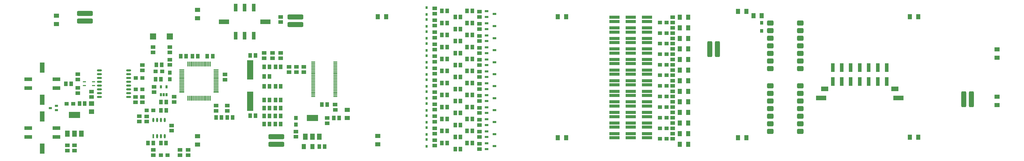
<source format=gtp>
%FSTAX23Y23*%
%MOIN*%
%SFA1B1*%

%IPPOS*%
%AMD38*
4,1,8,0.032500,-0.088800,0.032500,0.088800,0.016300,0.104900,-0.016300,0.104900,-0.032500,0.088800,-0.032500,-0.088800,-0.016300,-0.104900,0.016300,-0.104900,0.032500,-0.088800,0.0*
1,1,0.032283,0.016300,-0.088800*
1,1,0.032283,0.016300,0.088800*
1,1,0.032283,-0.016300,0.088800*
1,1,0.032283,-0.016300,-0.088800*
%
%AMD39*
4,1,8,-0.088800,-0.032500,0.088800,-0.032500,0.104900,-0.016300,0.104900,0.016300,0.088800,0.032500,-0.088800,0.032500,-0.104900,0.016300,-0.104900,-0.016300,-0.088800,-0.032500,0.0*
1,1,0.032283,-0.088800,-0.016300*
1,1,0.032283,0.088800,-0.016300*
1,1,0.032283,0.088800,0.016300*
1,1,0.032283,-0.088800,0.016300*
%
%AMD50*
4,1,8,0.026000,0.034400,-0.026000,0.034400,-0.043300,0.017100,-0.043300,-0.017100,-0.026000,-0.034400,0.026000,-0.034400,0.043300,-0.017100,0.043300,0.017100,0.026000,0.034400,0.0*
1,1,0.034646,0.026000,0.017100*
1,1,0.034646,-0.026000,0.017100*
1,1,0.034646,-0.026000,-0.017100*
1,1,0.034646,0.026000,-0.017100*
%
%ADD21R,0.027559X0.041339*%
%ADD22R,0.051181X0.059055*%
%ADD23R,0.059055X0.051181*%
%ADD24R,0.023622X0.057087*%
%ADD25O,0.023622X0.057087*%
%ADD26R,0.055118X0.049212*%
%ADD27R,0.043307X0.051181*%
%ADD28R,0.049212X0.055118*%
%ADD29R,0.053150X0.070866*%
%ADD30R,0.070866X0.053150*%
%ADD31R,0.047244X0.027559*%
%ADD32R,0.059055X0.084645*%
%ADD33R,0.149606X0.084645*%
%ADD34R,0.135039X0.064960*%
%ADD35R,0.050000X0.100000*%
%ADD36R,0.096457X0.062992*%
%ADD37R,0.050000X0.114960*%
G04~CAMADD=38~8~0.0~0.0~2098.4~649.6~161.4~0.0~15~0.0~0.0~0.0~0.0~0~0.0~0.0~0.0~0.0~0~0.0~0.0~0.0~270.0~650.0~2098.0*
%ADD38D38*%
G04~CAMADD=39~8~0.0~0.0~2098.4~649.6~161.4~0.0~15~0.0~0.0~0.0~0.0~0~0.0~0.0~0.0~0.0~0~0.0~0.0~0.0~180.0~2098.0~649.0*
%ADD39D39*%
%ADD40O,0.064960X0.027559*%
%ADD41R,0.043307X0.027559*%
%ADD42R,0.071653X0.054724*%
%ADD43R,0.054724X0.071653*%
%ADD44R,0.070866X0.011811*%
%ADD45O,0.070866X0.011811*%
%ADD46O,0.011811X0.070866*%
%ADD47R,0.133858X0.043307*%
%ADD48R,0.100000X0.050000*%
%ADD49R,0.064960X0.135039*%
G04~CAMADD=50~8~0.0~0.0~866.1~689.0~173.2~0.0~15~0.0~0.0~0.0~0.0~0~0.0~0.0~0.0~0.0~0~0.0~0.0~0.0~0.0~866.1~689.0*
%ADD50D50*%
%ADD51R,0.078740X0.078740*%
%ADD52O,0.059055X0.013780*%
%ADD53R,0.078740X0.255905*%
%ADD54R,0.025591X0.033465*%
%ADD55R,0.066929X0.062992*%
%ADD56R,0.041339X0.015748*%
%LNslave-1*%
%LPD*%
G54D21*
X05789Y0488D03*
X05864D03*
Y04776D03*
X05826D03*
X05789D03*
G54D22*
X09472Y05879D03*
X09543D03*
X09472Y05722D03*
X09543D03*
X09472Y05563D03*
X09543D03*
X09472Y05405D03*
X09543D03*
X09472Y05248D03*
X09543D03*
X09472Y05089D03*
X09543D03*
X09472Y04931D03*
X09543D03*
X09472Y04774D03*
X09543D03*
X09472Y04615D03*
X09543D03*
X09472Y04457D03*
X09543D03*
X09472Y04299D03*
X09543D03*
X09472Y04141D03*
X09543D03*
X06049Y05284D03*
X0612D03*
X07029Y05293D03*
X06958D03*
X06273Y05284D03*
X06202D03*
X05688Y04142D03*
X05618D03*
X05859Y04572D03*
X05788D03*
X05789Y04679D03*
X0586D03*
X07937Y04095D03*
X07866D03*
X07898Y04647D03*
X07969D03*
X06468Y05284D03*
X06397D03*
X07029Y04501D03*
X06958D03*
X09717Y05802D03*
X09648D03*
X09717Y05641D03*
X09648D03*
X09717Y05483D03*
X09648D03*
X09717Y05325D03*
X09648D03*
X09717Y05168D03*
X09648D03*
X09717Y0501D03*
X09648D03*
X09717Y04852D03*
X09648D03*
X09717Y04694D03*
X09648D03*
X09717Y04536D03*
X09648D03*
X09717Y04378D03*
X09648D03*
X09717Y0422D03*
X09648D03*
X09717Y04062D03*
X09648D03*
X09871Y05879D03*
X09802D03*
X09871Y05722D03*
X09802D03*
X09871Y05563D03*
X09802D03*
X09871Y05405D03*
X09802D03*
X09871Y05248D03*
X09802D03*
X09871Y05089D03*
X09802D03*
X09871Y04931D03*
X09802D03*
X09871Y04774D03*
X09802D03*
X09871Y04615D03*
X09802D03*
X09871Y04457D03*
X09802D03*
X09871Y04299D03*
X09802D03*
X09871Y04141D03*
X09802D03*
X08125Y04472D03*
X08056D03*
X05798Y05169D03*
X05729D03*
X07211Y0439D03*
X07142D03*
X0729D03*
X07359D03*
X07212Y05017D03*
X07144D03*
X07212Y04496D03*
X07143D03*
X0729D03*
X07359D03*
X07212Y04602D03*
X07143D03*
X0729D03*
X07359D03*
X07212Y04708D03*
X07144D03*
X07291D03*
X0736D03*
X07144Y04887D03*
X07212D03*
X07291D03*
X0736D03*
X07212Y05145D03*
X07144D03*
X07291D03*
X0736D03*
X05857Y04142D03*
X05788D03*
X0572Y04982D03*
X05789D03*
X04721Y04659D03*
X0479D03*
X04541Y04922D03*
X04612D03*
X06513Y04478D03*
X06582D03*
X06729D03*
X0666D03*
G54D23*
X0938Y05844D03*
Y05915D03*
Y05686D03*
Y05757D03*
Y05528D03*
Y05599D03*
Y0537D03*
Y05441D03*
X06629Y04974D03*
Y05045D03*
X05962Y04679D03*
Y0475D03*
X0666Y04564D03*
Y04635D03*
X05685Y05404D03*
Y05333D03*
X06514Y04564D03*
Y04635D03*
X05456Y04747D03*
Y04676D03*
X04879Y04747D03*
Y04818D03*
X04655Y04039D03*
Y0411D03*
X05505Y04494D03*
Y04423D03*
X0938Y05212D03*
Y05283D03*
Y05054D03*
Y05125D03*
Y04896D03*
Y04967D03*
Y04738D03*
Y04809D03*
Y0458D03*
Y04651D03*
Y04422D03*
Y04493D03*
Y04264D03*
Y04335D03*
Y04106D03*
Y04177D03*
X0797Y04401D03*
Y04472D03*
X07663Y05145D03*
Y05074D03*
X07566Y05145D03*
Y05074D03*
X07468Y05145D03*
Y05074D03*
X05698Y04811D03*
Y04881D03*
X12498Y05797D03*
Y05728D03*
Y05657D03*
Y05588D03*
Y05518D03*
Y0545D03*
X09966Y04694D03*
Y04763D03*
Y04536D03*
Y04605D03*
Y04378D03*
Y04447D03*
Y0422D03*
Y04289D03*
Y04062D03*
Y04131D03*
X12498Y05379D03*
Y05311D03*
Y0524D03*
Y05172D03*
Y05102D03*
Y05033D03*
Y04962D03*
Y04893D03*
Y04822D03*
Y04753D03*
Y04683D03*
Y04614D03*
Y04543D03*
Y04474D03*
Y04404D03*
Y04335D03*
Y04265D03*
Y04196D03*
X09966Y05802D03*
Y05871D03*
Y05641D03*
Y0571D03*
Y05483D03*
Y05552D03*
Y05325D03*
Y05394D03*
Y05168D03*
Y05237D03*
Y0501D03*
Y05079D03*
Y04852D03*
Y04921D03*
X04698Y04866D03*
Y04797D03*
X08074Y04647D03*
X08075Y04578D03*
X07559Y04292D03*
Y04224D03*
X05905Y05404D03*
Y05335D03*
X05905Y05169D03*
Y05238D03*
X05545Y04747D03*
Y04678D03*
Y05097D03*
Y05166D03*
X05688Y0398D03*
Y04049D03*
X05601Y04492D03*
Y04423D03*
X05929Y04303D03*
Y04372D03*
X06039Y0398D03*
Y04049D03*
X06145D03*
Y0398D03*
X07144Y05327D03*
Y05258D03*
X07252Y05327D03*
Y05258D03*
X0736Y05327D03*
Y05258D03*
Y05733D03*
Y05801D03*
X04698Y05047D03*
Y04978D03*
X04564Y04039D03*
Y0411D03*
G54D24*
X05688Y0423D03*
G54D25*
X05738Y0423D03*
X05788D03*
X05838D03*
X05688Y04444D03*
X05738D03*
X05788D03*
X05838D03*
G54D26*
X1242Y05728D03*
X12333D03*
Y05588D03*
X1242D03*
Y0545D03*
X12333D03*
Y05311D03*
X1242D03*
Y05172D03*
X12333D03*
Y05033D03*
X1242D03*
Y04893D03*
X12333D03*
Y04753D03*
X1242D03*
Y04614D03*
X12333D03*
Y04474D03*
X1242D03*
Y04335D03*
X12333D03*
Y04196D03*
X1242D03*
X05545Y04996D03*
X05458D03*
Y04846D03*
X05545D03*
X05788Y0398D03*
X05875D03*
X05688Y04572D03*
X05601D03*
X05807Y05083D03*
X0572D03*
X04638Y04658D03*
X04551D03*
G54D27*
X13665Y05618D03*
Y05724D03*
G54D28*
X07558Y04385D03*
Y04472D03*
X05905Y04982D03*
Y05068D03*
G54D29*
X15718Y05803D03*
X15608D03*
X13356Y05874D03*
X13466D03*
X10994Y05803D03*
X11104D03*
X08631Y05805D03*
X08742D03*
X11104Y04212D03*
X10994D03*
X13466D03*
X13356D03*
X15718Y04216D03*
X15608D03*
X07664Y04095D03*
X07775D03*
G54D30*
X06269Y05783D03*
Y05893D03*
X04419Y05708D03*
Y05818D03*
X06269Y04122D03*
Y04232D03*
X08631Y04234D03*
Y04124D03*
X16753Y05265D03*
Y05375D03*
Y0475D03*
Y04639D03*
G54D31*
X10164Y05679D03*
X10059Y05641D03*
Y05716D03*
Y05558D03*
Y05483D03*
X10164Y05521D03*
Y05363D03*
X10059Y05325D03*
Y054D03*
Y05242D03*
Y05168D03*
X10164Y05205D03*
Y05047D03*
X10059Y0501D03*
Y05085D03*
Y04927D03*
Y04852D03*
X10164Y04889D03*
Y04731D03*
X10059Y04694D03*
Y04769D03*
Y04611D03*
Y04536D03*
X10164Y04574D03*
Y04416D03*
X10059Y04378D03*
Y04453D03*
Y04295D03*
Y0422D03*
X10164Y04258D03*
Y041D03*
X10059Y04062D03*
Y04137D03*
Y05877D03*
Y05802D03*
X10164Y05839D03*
G54D32*
X07684Y04224D03*
X07775D03*
X07865D03*
X04564Y04263D03*
X04655D03*
X04746D03*
G54D33*
X07775Y04472D03*
X04655Y04511D03*
G54D34*
X06616Y05738D03*
X07159D03*
X15459Y04735D03*
X14445D03*
G54D35*
X06769Y05553D03*
X06887D03*
X07005D03*
Y05923D03*
X06887D03*
X06769D03*
G54D36*
X15413Y04854D03*
X14492D03*
G54D37*
X14598Y0495D03*
X14716D03*
X14834D03*
X14952D03*
X1507D03*
X15188D03*
X15307D03*
Y05133D03*
X15188D03*
X1507D03*
X14952D03*
X14834D03*
X14716D03*
X14598D03*
G54D38*
X13086Y05377D03*
X12986D03*
X16317Y04716D03*
X16417D03*
G54D39*
X07304Y04124D03*
Y04224D03*
X04791Y05848D03*
Y05748D03*
X07553Y05701D03*
Y05801D03*
G54D40*
X05366Y04747D03*
Y04797D03*
Y04847D03*
Y04897D03*
Y04947D03*
Y04997D03*
Y05047D03*
Y05097D03*
X04983Y04747D03*
Y04797D03*
Y04847D03*
Y04897D03*
Y04947D03*
Y04997D03*
Y05047D03*
Y05097D03*
G54D41*
X0434Y04602D03*
X04419Y04629D03*
Y04574D03*
G54D42*
X08234Y04578D03*
Y04472D03*
G54D43*
X13558Y05816D03*
X13665D03*
X12594Y04265D03*
X12701D03*
X12594Y04404D03*
X12701D03*
X12594Y04543D03*
X12701D03*
X12594Y04683D03*
X12701D03*
X12594Y04822D03*
X12701D03*
X12594Y04962D03*
X12701D03*
X12594Y05102D03*
X12701D03*
X12594Y0524D03*
X12701D03*
X12594Y05379D03*
X12701D03*
X12594Y05518D03*
X12701D03*
X12594Y05657D03*
X12701D03*
X12594Y05797D03*
X12701D03*
X12594Y04125D03*
X12701D03*
G54D44*
X06514Y04809D03*
G54D45*
X06514Y04828D03*
Y04848D03*
Y04868D03*
Y04887D03*
Y04907D03*
Y04927D03*
Y04946D03*
Y04966D03*
Y04986D03*
Y05005D03*
Y05025D03*
Y05045D03*
Y05064D03*
Y05084D03*
Y05104D03*
X06063D03*
Y05084D03*
Y05064D03*
Y05045D03*
Y05025D03*
Y05005D03*
Y04986D03*
Y04966D03*
Y04946D03*
Y04927D03*
Y04907D03*
Y04887D03*
Y04868D03*
Y04848D03*
Y04828D03*
Y04809D03*
G54D46*
X06437Y05181D03*
X06417D03*
X06397D03*
X06377D03*
X06358D03*
X06338D03*
X06318D03*
X06299D03*
X06279D03*
X06259D03*
X0624D03*
X0622D03*
X062D03*
X06181D03*
X06161D03*
X06141D03*
Y04731D03*
X06161D03*
X06181D03*
X062D03*
X0622D03*
X0624D03*
X06259D03*
X06279D03*
X06299D03*
X06318D03*
X06338D03*
X06358D03*
X06377D03*
X06397D03*
X06417D03*
X06437D03*
G54D47*
X12161Y04265D03*
Y04211D03*
Y05797D03*
Y05742D03*
Y05657D03*
Y05602D03*
Y05518D03*
Y05464D03*
Y05379D03*
Y05325D03*
Y0524D03*
Y05186D03*
Y05102D03*
Y05047D03*
Y04962D03*
Y04907D03*
Y04822D03*
Y04768D03*
Y04683D03*
Y04628D03*
Y04543D03*
Y04488D03*
Y04404D03*
Y0435D03*
X11736Y05797D03*
Y05742D03*
Y05657D03*
Y05602D03*
Y05518D03*
Y05464D03*
Y05379D03*
Y05325D03*
Y0524D03*
Y05186D03*
Y05102D03*
Y05047D03*
Y04962D03*
Y04907D03*
Y04822D03*
Y04768D03*
Y04683D03*
Y04628D03*
Y04543D03*
Y04488D03*
Y04404D03*
Y0435D03*
Y04265D03*
Y04211D03*
X11948Y05797D03*
Y05742D03*
Y05657D03*
Y05602D03*
Y05518D03*
Y05464D03*
Y05379D03*
Y05325D03*
Y0524D03*
Y05186D03*
Y05102D03*
Y05047D03*
Y04962D03*
Y04907D03*
Y04822D03*
Y04768D03*
Y04683D03*
Y04628D03*
Y04543D03*
Y04488D03*
Y04404D03*
Y0435D03*
Y04265D03*
Y04211D03*
G54D48*
X04419Y04338D03*
Y0422D03*
X04049Y04338D03*
Y0422D03*
Y04982D03*
Y04864D03*
X04419Y04982D03*
Y04864D03*
G54D49*
X04234Y04491D03*
Y04067D03*
Y05135D03*
Y04711D03*
G54D50*
X14173Y04894D03*
Y04794D03*
Y04694D03*
Y04594D03*
Y04494D03*
Y04394D03*
Y04294D03*
X13779D03*
Y04394D03*
Y04494D03*
Y04594D03*
Y04694D03*
Y04794D03*
Y04894D03*
X14173Y05721D03*
Y05621D03*
Y05521D03*
Y05421D03*
Y05321D03*
Y05221D03*
Y05121D03*
X13779D03*
Y05221D03*
Y05321D03*
Y05421D03*
Y05521D03*
Y05621D03*
Y05721D03*
G54D51*
X05685Y05543D03*
X05905D03*
G54D52*
X07786Y05206D03*
Y05187D03*
Y05167D03*
Y05147D03*
Y05127D03*
Y05108D03*
Y05088D03*
Y05068D03*
Y05049D03*
Y05029D03*
Y05009D03*
Y0499D03*
Y0497D03*
Y0495D03*
Y04931D03*
Y04911D03*
Y04891D03*
Y04872D03*
Y04852D03*
Y04832D03*
Y04812D03*
Y04793D03*
Y04773D03*
Y04753D03*
X08075Y05206D03*
Y05187D03*
Y05167D03*
Y05147D03*
Y05127D03*
Y05108D03*
Y05088D03*
Y05068D03*
Y05049D03*
Y05029D03*
Y05009D03*
Y0499D03*
Y0497D03*
Y0495D03*
Y04931D03*
Y04911D03*
Y04891D03*
Y04872D03*
Y04852D03*
Y04832D03*
Y04812D03*
Y04793D03*
Y04773D03*
Y04753D03*
G54D53*
X06958Y0469D03*
Y05104D03*
G54D54*
X09271Y04344D03*
Y04255D03*
Y04097D03*
Y04186D03*
Y05924D03*
Y05835D03*
Y05677D03*
Y05766D03*
Y05608D03*
Y05519D03*
Y05361D03*
Y0545D03*
Y05292D03*
Y05203D03*
Y05045D03*
Y05134D03*
Y04975D03*
Y04887D03*
Y04729D03*
Y04818D03*
Y0466D03*
Y04571D03*
Y04413D03*
Y04501D03*
G54D55*
X04879Y04659D03*
Y04553D03*
G54D56*
X04905Y04946D03*
Y04898D03*
X04785D03*
Y04946D03*
M02*
</source>
